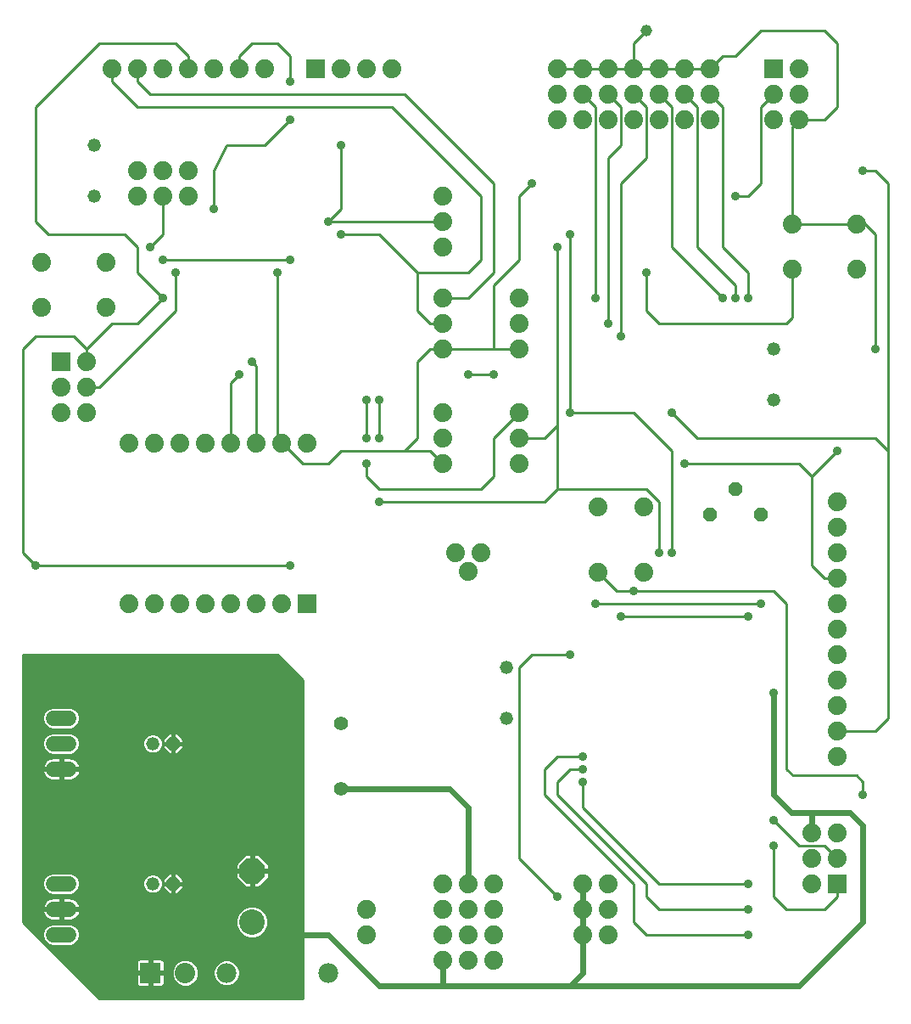
<source format=gbl>
G75*
G70*
%OFA0B0*%
%FSLAX24Y24*%
%IPPOS*%
%LPD*%
%AMOC8*
5,1,8,0,0,1.08239X$1,22.5*
%
%ADD10R,0.0800X0.0800*%
%ADD11C,0.0800*%
%ADD12C,0.0600*%
%ADD13C,0.0520*%
%ADD14C,0.0554*%
%ADD15C,0.0740*%
%ADD16R,0.0740X0.0740*%
%ADD17C,0.0780*%
%ADD18C,0.1000*%
%ADD19OC8,0.1000*%
%ADD20OC8,0.0520*%
%ADD21C,0.0100*%
%ADD22C,0.0460*%
%ADD23C,0.0360*%
%ADD24C,0.0240*%
D10*
X005732Y001732D03*
D11*
X007110Y001732D03*
D12*
X002532Y003232D02*
X001932Y003232D01*
X001932Y004232D02*
X002532Y004232D01*
X002532Y005232D02*
X001932Y005232D01*
X001932Y009732D02*
X002532Y009732D01*
X002532Y010732D02*
X001932Y010732D01*
X001932Y011732D02*
X002532Y011732D01*
D13*
X005832Y010732D03*
X005832Y005232D03*
X019732Y011732D03*
X019732Y013732D03*
X030232Y024232D03*
X030232Y026232D03*
X003532Y032232D03*
X003532Y034232D03*
D14*
X013232Y011511D03*
X013232Y008952D03*
D15*
X017232Y005232D03*
X018232Y005232D03*
X019232Y005232D03*
X019232Y004232D03*
X019232Y003232D03*
X019232Y002232D03*
X018232Y002232D03*
X018232Y003232D03*
X018232Y004232D03*
X017232Y004232D03*
X017232Y003232D03*
X017232Y002232D03*
X014232Y003232D03*
X014232Y004232D03*
X022732Y004232D03*
X023732Y004232D03*
X023732Y003232D03*
X022732Y003232D03*
X022732Y005232D03*
X023732Y005232D03*
X031732Y005232D03*
X031732Y006232D03*
X031732Y007232D03*
X032732Y007232D03*
X032732Y006232D03*
X032732Y010232D03*
X032732Y011232D03*
X032732Y012232D03*
X032732Y013232D03*
X032732Y014232D03*
X032732Y015232D03*
X032732Y016232D03*
X032732Y017232D03*
X032732Y018232D03*
X032732Y019232D03*
X032732Y020232D03*
X025122Y020012D03*
X023342Y020012D03*
X023342Y017452D03*
X025122Y017452D03*
X020232Y021732D03*
X020232Y022732D03*
X020232Y023732D03*
X020232Y026232D03*
X020232Y027232D03*
X020232Y028232D03*
X017232Y028232D03*
X017232Y027232D03*
X017232Y026232D03*
X017232Y023732D03*
X017232Y022732D03*
X017232Y021732D03*
X017732Y018232D03*
X018232Y017482D03*
X018732Y018232D03*
X011901Y022539D03*
X010901Y022539D03*
X009901Y022539D03*
X008901Y022539D03*
X007901Y022539D03*
X006901Y022539D03*
X005901Y022539D03*
X004901Y022539D03*
X003232Y023732D03*
X003232Y024732D03*
X003232Y025732D03*
X002232Y024732D03*
X002232Y023732D03*
X001452Y027842D03*
X001452Y029622D03*
X004012Y029622D03*
X004012Y027842D03*
X005232Y032232D03*
X005232Y033232D03*
X006232Y033232D03*
X007232Y033232D03*
X007232Y032232D03*
X006232Y032232D03*
X006232Y037232D03*
X007232Y037232D03*
X008232Y037232D03*
X009232Y037232D03*
X010232Y037232D03*
X013232Y037232D03*
X014232Y037232D03*
X015232Y037232D03*
X017232Y032232D03*
X017232Y031232D03*
X017232Y030232D03*
X021732Y035232D03*
X021732Y036232D03*
X021732Y037232D03*
X022732Y037232D03*
X023732Y037232D03*
X024732Y037232D03*
X025732Y037232D03*
X026732Y037232D03*
X027732Y037232D03*
X027732Y036232D03*
X027732Y035232D03*
X026732Y035232D03*
X026732Y036232D03*
X025732Y036232D03*
X025732Y035232D03*
X024732Y035232D03*
X024732Y036232D03*
X023732Y036232D03*
X023732Y035232D03*
X022732Y035232D03*
X022732Y036232D03*
X030232Y036232D03*
X030232Y035232D03*
X031232Y035232D03*
X031232Y036232D03*
X031232Y037232D03*
X030952Y031122D03*
X030952Y029342D03*
X033512Y029342D03*
X033512Y031122D03*
X010901Y016240D03*
X009901Y016240D03*
X008901Y016240D03*
X007901Y016240D03*
X006901Y016240D03*
X005901Y016240D03*
X004901Y016240D03*
X005232Y037232D03*
X004232Y037232D03*
D16*
X012232Y037232D03*
X002232Y025732D03*
X011901Y016240D03*
X030232Y037232D03*
X032732Y005232D03*
D17*
X012732Y001732D03*
X008732Y001732D03*
D18*
X009732Y003732D03*
D19*
X009732Y005732D03*
D20*
X006632Y005232D03*
X006632Y010732D03*
X027732Y019732D03*
X028732Y020732D03*
X029732Y019732D03*
D21*
X005200Y002203D02*
X002261Y002203D01*
X002162Y002301D02*
X011732Y002301D01*
X011732Y002203D02*
X008954Y002203D01*
X009026Y002173D02*
X008835Y002252D01*
X008628Y002252D01*
X008437Y002173D01*
X008291Y002026D01*
X008212Y001835D01*
X008212Y001628D01*
X008291Y001437D01*
X008437Y001291D01*
X008628Y001212D01*
X008835Y001212D01*
X009026Y001291D01*
X009173Y001437D01*
X009252Y001628D01*
X009252Y001835D01*
X009173Y002026D01*
X009026Y002173D01*
X009095Y002104D02*
X011732Y002104D01*
X011732Y002006D02*
X009181Y002006D01*
X009222Y001907D02*
X011732Y001907D01*
X011732Y001809D02*
X009252Y001809D01*
X009252Y001710D02*
X011732Y001710D01*
X011732Y001611D02*
X009245Y001611D01*
X009204Y001513D02*
X011732Y001513D01*
X011732Y001414D02*
X009150Y001414D01*
X009051Y001316D02*
X011732Y001316D01*
X011732Y001217D02*
X008848Y001217D01*
X008615Y001217D02*
X007252Y001217D01*
X007215Y001202D02*
X007410Y001282D01*
X007559Y001432D01*
X007640Y001626D01*
X007640Y001837D01*
X007559Y002032D01*
X007410Y002181D01*
X007215Y002262D01*
X007004Y002262D01*
X006810Y002181D01*
X006660Y002032D01*
X006580Y001837D01*
X006580Y001626D01*
X006660Y001432D01*
X006810Y001282D01*
X007004Y001202D01*
X007215Y001202D01*
X006967Y001217D02*
X006229Y001217D01*
X006224Y001212D02*
X006252Y001240D01*
X006272Y001274D01*
X006282Y001312D01*
X006282Y001682D01*
X005782Y001682D01*
X005782Y001782D01*
X006282Y001782D01*
X006282Y002152D01*
X006272Y002190D01*
X006252Y002224D01*
X006224Y002252D01*
X006190Y002272D01*
X006152Y002282D01*
X005782Y002282D01*
X005782Y001782D01*
X005682Y001782D01*
X005682Y002282D01*
X005312Y002282D01*
X005274Y002272D01*
X005240Y002252D01*
X005212Y002224D01*
X005192Y002190D01*
X005182Y002152D01*
X005182Y001782D01*
X005682Y001782D01*
X005682Y001682D01*
X005782Y001682D01*
X005782Y001182D01*
X006152Y001182D01*
X006190Y001192D01*
X006224Y001212D01*
X006282Y001316D02*
X006776Y001316D01*
X006678Y001414D02*
X006282Y001414D01*
X006282Y001513D02*
X006627Y001513D01*
X006586Y001611D02*
X006282Y001611D01*
X006282Y001809D02*
X006580Y001809D01*
X006580Y001710D02*
X005782Y001710D01*
X005782Y001809D02*
X005682Y001809D01*
X005682Y001907D02*
X005782Y001907D01*
X005782Y002006D02*
X005682Y002006D01*
X005682Y002104D02*
X005782Y002104D01*
X005782Y002203D02*
X005682Y002203D01*
X005682Y001710D02*
X002754Y001710D01*
X002852Y001611D02*
X005182Y001611D01*
X005182Y001682D02*
X005182Y001312D01*
X005192Y001274D01*
X005212Y001240D01*
X005240Y001212D01*
X005274Y001192D01*
X005312Y001182D01*
X005682Y001182D01*
X005682Y001682D01*
X005182Y001682D01*
X005182Y001809D02*
X002655Y001809D01*
X002557Y001907D02*
X005182Y001907D01*
X005182Y002006D02*
X002458Y002006D01*
X002359Y002104D02*
X005182Y002104D01*
X005182Y001513D02*
X002951Y001513D01*
X003049Y001414D02*
X005182Y001414D01*
X005182Y001316D02*
X003148Y001316D01*
X003246Y001217D02*
X005234Y001217D01*
X005682Y001217D02*
X005782Y001217D01*
X005782Y001316D02*
X005682Y001316D01*
X005682Y001414D02*
X005782Y001414D01*
X005782Y001513D02*
X005682Y001513D01*
X005682Y001611D02*
X005782Y001611D01*
X006282Y001907D02*
X006609Y001907D01*
X006650Y002006D02*
X006282Y002006D01*
X006282Y002104D02*
X006733Y002104D01*
X006862Y002203D02*
X006264Y002203D01*
X007358Y002203D02*
X008510Y002203D01*
X008369Y002104D02*
X007487Y002104D01*
X007570Y002006D02*
X008282Y002006D01*
X008242Y001907D02*
X007611Y001907D01*
X007640Y001809D02*
X008212Y001809D01*
X008212Y001710D02*
X007640Y001710D01*
X007634Y001611D02*
X008219Y001611D01*
X008260Y001513D02*
X007593Y001513D01*
X007542Y001414D02*
X008314Y001414D01*
X008412Y001316D02*
X007443Y001316D01*
X009375Y003198D02*
X009198Y003375D01*
X009102Y003606D01*
X009102Y003857D01*
X009198Y004089D01*
X009375Y004266D01*
X009606Y004362D01*
X009857Y004362D01*
X010089Y004266D01*
X010266Y004089D01*
X010362Y003857D01*
X010362Y003606D01*
X010266Y003375D01*
X010089Y003198D01*
X009857Y003102D01*
X009606Y003102D01*
X009375Y003198D01*
X009398Y003188D02*
X002962Y003188D01*
X002962Y003146D02*
X002962Y003317D01*
X002896Y003475D01*
X002775Y003596D01*
X002617Y003662D01*
X001846Y003662D01*
X001688Y003596D01*
X001567Y003475D01*
X001502Y003317D01*
X001502Y003146D01*
X001567Y002988D01*
X001688Y002867D01*
X001846Y002802D01*
X002617Y002802D01*
X002775Y002867D01*
X002896Y002988D01*
X002962Y003146D01*
X002938Y003090D02*
X011732Y003090D01*
X011732Y003188D02*
X010065Y003188D01*
X010178Y003287D02*
X011732Y003287D01*
X011732Y003385D02*
X010270Y003385D01*
X010311Y003484D02*
X011732Y003484D01*
X011732Y003582D02*
X010352Y003582D01*
X010362Y003681D02*
X011732Y003681D01*
X011732Y003779D02*
X010362Y003779D01*
X010353Y003878D02*
X011732Y003878D01*
X011732Y003976D02*
X010312Y003976D01*
X010272Y004075D02*
X011732Y004075D01*
X011732Y004174D02*
X010181Y004174D01*
X010074Y004272D02*
X011732Y004272D01*
X011732Y004371D02*
X002960Y004371D01*
X002971Y004337D02*
X002949Y004405D01*
X002917Y004468D01*
X002875Y004525D01*
X002825Y004575D01*
X002768Y004617D01*
X002705Y004649D01*
X002637Y004671D01*
X002567Y004682D01*
X002282Y004682D01*
X002282Y004282D01*
X002182Y004282D01*
X002182Y004682D01*
X001896Y004682D01*
X001826Y004671D01*
X001759Y004649D01*
X001696Y004617D01*
X001639Y004575D01*
X001589Y004525D01*
X001547Y004468D01*
X001515Y004405D01*
X001493Y004337D01*
X001484Y004282D01*
X002182Y004282D01*
X002182Y004182D01*
X002282Y004182D01*
X002282Y004282D01*
X002979Y004282D01*
X002971Y004337D01*
X002916Y004469D02*
X011732Y004469D01*
X011732Y004568D02*
X002832Y004568D01*
X002651Y004666D02*
X011732Y004666D01*
X011732Y004765D02*
X000732Y004765D01*
X000732Y004863D02*
X001698Y004863D01*
X001688Y004867D02*
X001846Y004802D01*
X002617Y004802D01*
X002775Y004867D01*
X002896Y004988D01*
X002962Y005146D01*
X002962Y005317D01*
X002896Y005475D01*
X002775Y005596D01*
X002617Y005662D01*
X001846Y005662D01*
X001688Y005596D01*
X001567Y005475D01*
X001502Y005317D01*
X001502Y005146D01*
X001567Y004988D01*
X001688Y004867D01*
X001594Y004962D02*
X000732Y004962D01*
X000732Y005060D02*
X001537Y005060D01*
X001502Y005159D02*
X000732Y005159D01*
X000732Y005258D02*
X001502Y005258D01*
X001518Y005356D02*
X000732Y005356D01*
X000732Y005455D02*
X001559Y005455D01*
X001645Y005553D02*
X000732Y005553D01*
X000732Y005652D02*
X001822Y005652D01*
X002642Y005652D02*
X009082Y005652D01*
X009082Y005682D02*
X009082Y005463D01*
X009463Y005082D01*
X009682Y005082D01*
X009682Y005682D01*
X009082Y005682D01*
X009082Y005782D02*
X009682Y005782D01*
X009682Y006382D01*
X009463Y006382D01*
X009082Y006001D01*
X009082Y005782D01*
X009082Y005849D02*
X000732Y005849D01*
X000732Y005947D02*
X009082Y005947D01*
X009127Y006046D02*
X000732Y006046D01*
X000732Y006144D02*
X009225Y006144D01*
X009324Y006243D02*
X000732Y006243D01*
X000732Y006341D02*
X009422Y006341D01*
X009682Y006341D02*
X009782Y006341D01*
X009782Y006382D02*
X009782Y005782D01*
X009682Y005782D01*
X009682Y005682D01*
X009782Y005682D01*
X009782Y005782D01*
X010382Y005782D01*
X010382Y006001D01*
X010001Y006382D01*
X009782Y006382D01*
X009782Y006243D02*
X009682Y006243D01*
X009682Y006144D02*
X009782Y006144D01*
X009782Y006046D02*
X009682Y006046D01*
X009682Y005947D02*
X009782Y005947D01*
X009782Y005849D02*
X009682Y005849D01*
X009682Y005750D02*
X000732Y005750D01*
X000732Y006440D02*
X011732Y006440D01*
X011732Y006341D02*
X010041Y006341D01*
X010140Y006243D02*
X011732Y006243D01*
X011732Y006144D02*
X010238Y006144D01*
X010337Y006046D02*
X011732Y006046D01*
X011732Y005947D02*
X010382Y005947D01*
X010382Y005849D02*
X011732Y005849D01*
X011732Y005750D02*
X009782Y005750D01*
X009782Y005682D02*
X010382Y005682D01*
X010382Y005463D01*
X010001Y005082D01*
X009782Y005082D01*
X009782Y005682D01*
X009782Y005652D02*
X009682Y005652D01*
X009682Y005553D02*
X009782Y005553D01*
X009782Y005455D02*
X009682Y005455D01*
X009682Y005356D02*
X009782Y005356D01*
X009782Y005258D02*
X009682Y005258D01*
X009682Y005159D02*
X009782Y005159D01*
X010078Y005159D02*
X011732Y005159D01*
X011732Y005258D02*
X010177Y005258D01*
X010275Y005356D02*
X011732Y005356D01*
X011732Y005455D02*
X010374Y005455D01*
X010382Y005553D02*
X011732Y005553D01*
X011732Y005652D02*
X010382Y005652D01*
X009385Y005159D02*
X007042Y005159D01*
X007042Y005202D02*
X007042Y005062D01*
X006802Y004822D01*
X006662Y004822D01*
X006662Y005202D01*
X006662Y005262D01*
X007042Y005262D01*
X007042Y005402D01*
X006802Y005642D01*
X006662Y005642D01*
X006662Y005262D01*
X006602Y005262D01*
X006602Y005642D01*
X006462Y005642D01*
X006222Y005402D01*
X006222Y005262D01*
X006602Y005262D01*
X006602Y005202D01*
X006662Y005202D01*
X007042Y005202D01*
X007040Y005060D02*
X011732Y005060D01*
X011732Y004962D02*
X006942Y004962D01*
X006843Y004863D02*
X011732Y004863D01*
X011732Y006539D02*
X000732Y006539D01*
X000732Y006637D02*
X011732Y006637D01*
X011732Y006736D02*
X000732Y006736D01*
X000732Y006834D02*
X011732Y006834D01*
X011732Y006933D02*
X000732Y006933D01*
X000732Y007031D02*
X011732Y007031D01*
X011732Y007130D02*
X000732Y007130D01*
X000732Y007228D02*
X011732Y007228D01*
X011732Y007327D02*
X000732Y007327D01*
X000732Y007425D02*
X011732Y007425D01*
X011732Y007524D02*
X000732Y007524D01*
X000732Y007623D02*
X011732Y007623D01*
X011732Y007721D02*
X000732Y007721D01*
X000732Y007820D02*
X011732Y007820D01*
X011732Y007918D02*
X000732Y007918D01*
X000732Y008017D02*
X011732Y008017D01*
X011732Y008115D02*
X000732Y008115D01*
X000732Y008214D02*
X011732Y008214D01*
X011732Y008312D02*
X000732Y008312D01*
X000732Y008411D02*
X011732Y008411D01*
X011732Y008509D02*
X000732Y008509D01*
X000732Y008608D02*
X011732Y008608D01*
X011732Y008707D02*
X000732Y008707D01*
X000732Y008805D02*
X011732Y008805D01*
X011732Y008904D02*
X000732Y008904D01*
X000732Y009002D02*
X011732Y009002D01*
X011732Y009101D02*
X000732Y009101D01*
X000732Y009199D02*
X011732Y009199D01*
X011732Y009298D02*
X002652Y009298D01*
X002637Y009293D02*
X002705Y009315D01*
X002768Y009347D01*
X002825Y009389D01*
X002875Y009439D01*
X002917Y009496D01*
X002949Y009559D01*
X002971Y009626D01*
X002979Y009682D01*
X002282Y009682D01*
X002282Y009782D01*
X002182Y009782D01*
X002182Y010182D01*
X001896Y010182D01*
X001826Y010171D01*
X001759Y010149D01*
X001696Y010117D01*
X001639Y010075D01*
X001589Y010025D01*
X001547Y009968D01*
X001515Y009905D01*
X001493Y009837D01*
X001484Y009782D01*
X002182Y009782D01*
X002182Y009682D01*
X002282Y009682D01*
X002282Y009282D01*
X002567Y009282D01*
X002637Y009293D01*
X002833Y009396D02*
X011732Y009396D01*
X011732Y009495D02*
X002916Y009495D01*
X002960Y009593D02*
X011732Y009593D01*
X011732Y009692D02*
X002282Y009692D01*
X002282Y009782D02*
X002979Y009782D01*
X002971Y009837D01*
X002949Y009905D01*
X002917Y009968D01*
X002875Y010025D01*
X002825Y010075D01*
X002768Y010117D01*
X002705Y010149D01*
X002637Y010171D01*
X002567Y010182D01*
X002282Y010182D01*
X002282Y009782D01*
X002282Y009791D02*
X002182Y009791D01*
X002182Y009889D02*
X002282Y009889D01*
X002282Y009988D02*
X002182Y009988D01*
X002182Y010086D02*
X002282Y010086D01*
X002617Y010302D02*
X001846Y010302D01*
X001688Y010367D01*
X001567Y010488D01*
X001502Y010646D01*
X001502Y010817D01*
X001567Y010975D01*
X001688Y011096D01*
X001846Y011162D01*
X002617Y011162D01*
X002775Y011096D01*
X002896Y010975D01*
X002962Y010817D01*
X002962Y010646D01*
X002896Y010488D01*
X002775Y010367D01*
X002617Y010302D01*
X002790Y010382D02*
X005658Y010382D01*
X005611Y010401D02*
X005754Y010342D01*
X005909Y010342D01*
X006053Y010401D01*
X006162Y010511D01*
X006222Y010654D01*
X006222Y010809D01*
X006162Y010953D01*
X006053Y011062D01*
X005909Y011122D01*
X005754Y011122D01*
X005611Y011062D01*
X005501Y010953D01*
X005442Y010809D01*
X005442Y010654D01*
X005501Y010511D01*
X005611Y010401D01*
X005532Y010480D02*
X002888Y010480D01*
X002934Y010579D02*
X005473Y010579D01*
X005442Y010677D02*
X002962Y010677D01*
X002962Y010776D02*
X005442Y010776D01*
X005469Y010874D02*
X002938Y010874D01*
X002897Y010973D02*
X005521Y010973D01*
X005633Y011072D02*
X002800Y011072D01*
X002617Y011302D02*
X002775Y011367D01*
X011732Y011367D01*
X011732Y011269D02*
X000732Y011269D01*
X000732Y011367D02*
X001688Y011367D01*
X001846Y011302D01*
X002617Y011302D01*
X002775Y011367D02*
X002896Y011488D01*
X002962Y011646D01*
X002962Y011817D01*
X002896Y011975D01*
X002775Y012096D01*
X002617Y012162D01*
X001846Y012162D01*
X001688Y012096D01*
X001567Y011975D01*
X001502Y011817D01*
X001502Y011646D01*
X001567Y011488D01*
X001688Y011367D01*
X001590Y011466D02*
X000732Y011466D01*
X000732Y011564D02*
X001536Y011564D01*
X001502Y011663D02*
X000732Y011663D01*
X000732Y011761D02*
X001502Y011761D01*
X001519Y011860D02*
X000732Y011860D01*
X000732Y011958D02*
X001560Y011958D01*
X001649Y012057D02*
X000732Y012057D01*
X000732Y012156D02*
X001831Y012156D01*
X002632Y012156D02*
X011732Y012156D01*
X011732Y012254D02*
X000732Y012254D01*
X000732Y012353D02*
X011732Y012353D01*
X011732Y012451D02*
X000732Y012451D01*
X000732Y012550D02*
X011732Y012550D01*
X011732Y012648D02*
X000732Y012648D01*
X000732Y012747D02*
X011732Y012747D01*
X011732Y012845D02*
X000732Y012845D01*
X000732Y012944D02*
X011732Y012944D01*
X011732Y013042D02*
X000732Y013042D01*
X000732Y013141D02*
X011732Y013141D01*
X011732Y013232D02*
X011732Y000732D01*
X003732Y000732D01*
X000732Y003732D01*
X000732Y014232D01*
X010732Y014232D01*
X011732Y013232D01*
X011724Y013240D02*
X000732Y013240D01*
X000732Y013338D02*
X011626Y013338D01*
X011527Y013437D02*
X000732Y013437D01*
X000732Y013535D02*
X011428Y013535D01*
X011330Y013634D02*
X000732Y013634D01*
X000732Y013732D02*
X011231Y013732D01*
X011133Y013831D02*
X000732Y013831D01*
X000732Y013929D02*
X011034Y013929D01*
X010936Y014028D02*
X000732Y014028D01*
X000732Y014126D02*
X010837Y014126D01*
X010739Y014225D02*
X000732Y014225D01*
X002815Y012057D02*
X011732Y012057D01*
X011732Y011958D02*
X002903Y011958D01*
X002944Y011860D02*
X011732Y011860D01*
X011732Y011761D02*
X002962Y011761D01*
X002962Y011663D02*
X011732Y011663D01*
X011732Y011564D02*
X002928Y011564D01*
X002874Y011466D02*
X011732Y011466D01*
X011732Y011170D02*
X000732Y011170D01*
X000732Y011072D02*
X001664Y011072D01*
X001566Y010973D02*
X000732Y010973D01*
X000732Y010874D02*
X001526Y010874D01*
X001502Y010776D02*
X000732Y010776D01*
X000732Y010677D02*
X001502Y010677D01*
X001530Y010579D02*
X000732Y010579D01*
X000732Y010480D02*
X001575Y010480D01*
X001674Y010382D02*
X000732Y010382D01*
X000732Y010283D02*
X011732Y010283D01*
X011732Y010185D02*
X000732Y010185D01*
X000732Y010086D02*
X001654Y010086D01*
X001561Y009988D02*
X000732Y009988D01*
X000732Y009889D02*
X001510Y009889D01*
X001486Y009791D02*
X000732Y009791D01*
X000732Y009692D02*
X002182Y009692D01*
X002182Y009682D02*
X001484Y009682D01*
X001493Y009626D01*
X001515Y009559D01*
X001547Y009496D01*
X001589Y009439D01*
X001639Y009389D01*
X001696Y009347D01*
X001759Y009315D01*
X001826Y009293D01*
X001896Y009282D01*
X002182Y009282D01*
X002182Y009682D01*
X002182Y009593D02*
X002282Y009593D01*
X002282Y009495D02*
X002182Y009495D01*
X002182Y009396D02*
X002282Y009396D01*
X002282Y009298D02*
X002182Y009298D01*
X001811Y009298D02*
X000732Y009298D01*
X000732Y009396D02*
X001631Y009396D01*
X001548Y009495D02*
X000732Y009495D01*
X000732Y009593D02*
X001504Y009593D01*
X002810Y010086D02*
X011732Y010086D01*
X011732Y009988D02*
X002902Y009988D01*
X002954Y009889D02*
X011732Y009889D01*
X011732Y009791D02*
X002978Y009791D01*
X006006Y010382D02*
X006402Y010382D01*
X006462Y010322D02*
X006602Y010322D01*
X006602Y010702D01*
X006662Y010702D01*
X006662Y010762D01*
X007042Y010762D01*
X007042Y010902D01*
X006802Y011142D01*
X006662Y011142D01*
X006662Y010762D01*
X006602Y010762D01*
X006602Y011142D01*
X006462Y011142D01*
X006222Y010902D01*
X006222Y010762D01*
X006602Y010762D01*
X006602Y010702D01*
X006222Y010702D01*
X006222Y010562D01*
X006462Y010322D01*
X006602Y010382D02*
X006662Y010382D01*
X006662Y010322D02*
X006802Y010322D01*
X007042Y010562D01*
X007042Y010702D01*
X006662Y010702D01*
X006662Y010322D01*
X006662Y010480D02*
X006602Y010480D01*
X006602Y010579D02*
X006662Y010579D01*
X006662Y010677D02*
X006602Y010677D01*
X006632Y010732D02*
X006632Y005232D01*
X006662Y005258D02*
X009287Y005258D01*
X009188Y005356D02*
X007042Y005356D01*
X006989Y005455D02*
X009090Y005455D01*
X009082Y005553D02*
X006890Y005553D01*
X006662Y005553D02*
X006602Y005553D01*
X006602Y005455D02*
X006662Y005455D01*
X006662Y005356D02*
X006602Y005356D01*
X006602Y005258D02*
X006222Y005258D01*
X006222Y005309D02*
X006162Y005453D01*
X006053Y005562D01*
X005909Y005622D01*
X005754Y005622D01*
X005611Y005562D01*
X005501Y005453D01*
X005442Y005309D01*
X005442Y005154D01*
X005501Y005011D01*
X005611Y004901D01*
X005754Y004842D01*
X005909Y004842D01*
X006053Y004901D01*
X006162Y005011D01*
X006222Y005154D01*
X006222Y005309D01*
X006222Y005356D02*
X006202Y005356D01*
X006161Y005455D02*
X006275Y005455D01*
X006373Y005553D02*
X006062Y005553D01*
X006222Y005202D02*
X006222Y005062D01*
X006462Y004822D01*
X006602Y004822D01*
X006602Y005202D01*
X006222Y005202D01*
X006222Y005159D02*
X006222Y005159D01*
X006223Y005060D02*
X006183Y005060D01*
X006113Y004962D02*
X006322Y004962D01*
X006420Y004863D02*
X005961Y004863D01*
X005702Y004863D02*
X002766Y004863D01*
X002870Y004962D02*
X005550Y004962D01*
X005481Y005060D02*
X002926Y005060D01*
X002962Y005159D02*
X005442Y005159D01*
X005442Y005258D02*
X002962Y005258D01*
X002946Y005356D02*
X005461Y005356D01*
X005503Y005455D02*
X002905Y005455D01*
X002819Y005553D02*
X005602Y005553D01*
X006602Y005159D02*
X006662Y005159D01*
X006662Y005060D02*
X006602Y005060D01*
X006602Y004962D02*
X006662Y004962D01*
X006662Y004863D02*
X006602Y004863D01*
X009110Y003878D02*
X002810Y003878D01*
X002825Y003889D02*
X002875Y003939D01*
X002917Y003996D01*
X002949Y004059D01*
X002971Y004126D01*
X002979Y004182D01*
X002282Y004182D01*
X002282Y003782D01*
X002567Y003782D01*
X002637Y003793D01*
X002705Y003815D01*
X002768Y003847D01*
X002825Y003889D01*
X002902Y003976D02*
X009151Y003976D01*
X009192Y004075D02*
X002954Y004075D01*
X002978Y004174D02*
X009283Y004174D01*
X009390Y004272D02*
X002282Y004272D01*
X002282Y004174D02*
X002182Y004174D01*
X002182Y004182D02*
X002182Y003782D01*
X001896Y003782D01*
X001826Y003793D01*
X001759Y003815D01*
X001696Y003847D01*
X001639Y003889D01*
X001589Y003939D01*
X001547Y003996D01*
X001515Y004059D01*
X001493Y004126D01*
X001484Y004182D01*
X002182Y004182D01*
X002182Y004272D02*
X000732Y004272D01*
X000732Y004174D02*
X001485Y004174D01*
X001510Y004075D02*
X000732Y004075D01*
X000732Y003976D02*
X001561Y003976D01*
X001653Y003878D02*
X000732Y003878D01*
X000732Y003779D02*
X009102Y003779D01*
X009102Y003681D02*
X000783Y003681D01*
X000881Y003582D02*
X001674Y003582D01*
X001576Y003484D02*
X000980Y003484D01*
X001078Y003385D02*
X001530Y003385D01*
X001502Y003287D02*
X001177Y003287D01*
X001276Y003188D02*
X001502Y003188D01*
X001525Y003090D02*
X001374Y003090D01*
X001473Y002991D02*
X001566Y002991D01*
X001571Y002892D02*
X001663Y002892D01*
X001670Y002794D02*
X011732Y002794D01*
X011732Y002892D02*
X002801Y002892D01*
X002897Y002991D02*
X011732Y002991D01*
X011732Y002695D02*
X001768Y002695D01*
X001867Y002597D02*
X011732Y002597D01*
X011732Y002498D02*
X001965Y002498D01*
X002064Y002400D02*
X011732Y002400D01*
X011732Y001119D02*
X003345Y001119D01*
X003443Y001020D02*
X011732Y001020D01*
X011732Y000922D02*
X003542Y000922D01*
X003641Y000823D02*
X011732Y000823D01*
X009286Y003287D02*
X002962Y003287D01*
X002934Y003385D02*
X009193Y003385D01*
X009153Y003484D02*
X002888Y003484D01*
X002789Y003582D02*
X009112Y003582D01*
X006862Y010382D02*
X011732Y010382D01*
X011732Y010480D02*
X006960Y010480D01*
X007042Y010579D02*
X011732Y010579D01*
X011732Y010677D02*
X007042Y010677D01*
X007042Y010776D02*
X011732Y010776D01*
X011732Y010874D02*
X007042Y010874D01*
X006970Y010973D02*
X011732Y010973D01*
X011732Y011072D02*
X006872Y011072D01*
X006662Y011072D02*
X006602Y011072D01*
X006602Y010973D02*
X006662Y010973D01*
X006662Y010874D02*
X006602Y010874D01*
X006602Y010776D02*
X006662Y010776D01*
X006392Y011072D02*
X006031Y011072D01*
X006142Y010973D02*
X006293Y010973D01*
X006222Y010874D02*
X006195Y010874D01*
X006222Y010776D02*
X006222Y010776D01*
X006222Y010677D02*
X006222Y010677D01*
X006222Y010579D02*
X006191Y010579D01*
X006132Y010480D02*
X006303Y010480D01*
X002282Y004666D02*
X002182Y004666D01*
X002182Y004568D02*
X002282Y004568D01*
X002282Y004469D02*
X002182Y004469D01*
X002182Y004371D02*
X002282Y004371D01*
X002282Y004075D02*
X002182Y004075D01*
X002182Y003976D02*
X002282Y003976D01*
X002282Y003878D02*
X002182Y003878D01*
X001504Y004371D02*
X000732Y004371D01*
X000732Y004469D02*
X001548Y004469D01*
X001631Y004568D02*
X000732Y004568D01*
X000732Y004666D02*
X001813Y004666D01*
X001232Y017732D02*
X011232Y017732D01*
X014732Y020732D02*
X014232Y021232D01*
X014232Y021732D01*
X014232Y022732D02*
X014232Y024232D01*
X014732Y024232D02*
X014732Y022732D01*
X015732Y022232D02*
X013232Y022232D01*
X012732Y021732D01*
X011732Y021732D01*
X010732Y022732D01*
X010732Y029232D01*
X011232Y029732D02*
X006232Y029732D01*
X005732Y030232D02*
X006232Y030732D01*
X006232Y032232D01*
X004732Y030732D02*
X005232Y030232D01*
X005232Y029232D01*
X006232Y028232D01*
X005232Y027232D01*
X004232Y027232D01*
X003232Y026232D01*
X002732Y026732D01*
X001232Y026732D01*
X000732Y026232D01*
X000732Y018232D01*
X001232Y017732D01*
X003232Y024732D02*
X003732Y024732D01*
X006732Y027732D01*
X006732Y029232D01*
X004732Y030732D02*
X001732Y030732D01*
X001232Y031232D01*
X001232Y035732D01*
X003732Y038232D01*
X006732Y038232D01*
X007232Y037732D01*
X007232Y037232D01*
X005732Y036232D02*
X015732Y036232D01*
X019232Y032732D01*
X019232Y029232D01*
X018232Y028232D01*
X017232Y028232D01*
X017232Y027232D02*
X016732Y027232D01*
X016232Y027732D01*
X016232Y029232D01*
X018232Y029232D01*
X018732Y029732D01*
X018732Y032232D01*
X015232Y035732D01*
X005232Y035732D01*
X004232Y036732D01*
X004232Y037232D01*
X005232Y037232D02*
X005232Y036732D01*
X005732Y036232D01*
X008732Y034232D02*
X008232Y033232D01*
X008232Y031732D01*
X008732Y034232D02*
X010232Y034232D01*
X011232Y035232D01*
X011232Y036732D02*
X011232Y037732D01*
X010732Y038232D01*
X009732Y038232D01*
X009232Y037732D01*
X009232Y037232D01*
X013232Y034232D02*
X013232Y031732D01*
X012732Y031232D01*
X017232Y031232D01*
X016232Y029232D02*
X014732Y030732D01*
X013232Y030732D01*
X016732Y026232D02*
X016232Y025732D01*
X016232Y022732D01*
X015732Y022232D01*
X016732Y022232D01*
X017232Y021732D01*
X018732Y020732D02*
X019232Y021232D01*
X019232Y022732D01*
X020232Y023732D01*
X020232Y022732D02*
X021232Y022732D01*
X021732Y023232D01*
X021732Y030232D01*
X022232Y030732D02*
X022232Y023732D01*
X024732Y023732D01*
X026232Y022232D01*
X026232Y018232D01*
X025732Y018232D02*
X025732Y020232D01*
X025232Y020732D01*
X021732Y020732D01*
X021732Y023232D01*
X021732Y020732D02*
X021232Y020232D01*
X014732Y020232D01*
X014732Y020732D02*
X018732Y020732D01*
X018232Y025232D02*
X019232Y025232D01*
X019232Y026232D02*
X019232Y028732D01*
X020232Y029732D01*
X020232Y032232D01*
X020732Y032732D01*
X023732Y033732D02*
X024232Y034232D01*
X024232Y035732D01*
X023732Y036232D01*
X023232Y035732D02*
X022732Y036232D01*
X023232Y035732D02*
X023232Y028232D01*
X023732Y027232D02*
X023732Y033732D01*
X024232Y032732D02*
X025232Y033732D01*
X025232Y035732D01*
X024732Y036232D01*
X024732Y037232D02*
X023732Y037232D01*
X022732Y037232D01*
X021732Y037232D01*
X024732Y037232D02*
X024732Y038232D01*
X025232Y038732D01*
X025732Y037232D02*
X024732Y037232D01*
X025732Y037232D02*
X026732Y037232D01*
X027732Y037232D01*
X028232Y037732D01*
X028732Y037732D01*
X029732Y038732D01*
X032232Y038732D01*
X032732Y038232D01*
X032732Y035732D01*
X032232Y035232D01*
X031232Y035232D01*
X030952Y034952D01*
X030952Y031122D01*
X033512Y031122D01*
X033842Y031122D01*
X034232Y030732D01*
X034232Y026232D01*
X030952Y027452D02*
X030732Y027232D01*
X025732Y027232D01*
X025232Y027732D01*
X025232Y029232D01*
X026232Y030232D02*
X026232Y035732D01*
X025732Y036232D01*
X026732Y036232D02*
X027232Y035732D01*
X027232Y030232D01*
X028732Y028732D01*
X028732Y028232D01*
X029232Y028232D02*
X029232Y029232D01*
X028232Y030232D01*
X028232Y035732D01*
X027732Y036232D01*
X029732Y035732D02*
X029732Y032732D01*
X029232Y032232D01*
X028732Y032232D01*
X030952Y029342D02*
X030952Y027452D01*
X028232Y028232D02*
X026232Y030232D01*
X024232Y032732D02*
X024232Y026732D01*
X026232Y023732D02*
X027232Y022732D01*
X034232Y022732D01*
X034732Y022232D01*
X034732Y011732D01*
X034232Y011232D01*
X032732Y011232D01*
X033482Y009482D02*
X030982Y009482D01*
X030732Y009732D01*
X030732Y016232D01*
X030232Y016732D01*
X024732Y016732D01*
X024062Y016732D01*
X023342Y017452D01*
X023232Y016232D02*
X029732Y016232D01*
X029232Y015732D02*
X024232Y015732D01*
X022232Y014232D02*
X020732Y014232D01*
X020232Y013732D01*
X020232Y006232D01*
X021732Y004732D01*
X024732Y005232D02*
X024732Y003732D01*
X025232Y003232D01*
X029232Y003232D01*
X029232Y004232D02*
X025732Y004232D01*
X025232Y004732D01*
X025232Y005232D01*
X021732Y008732D01*
X021732Y009232D01*
X022232Y009732D01*
X022732Y009732D01*
X022732Y010232D02*
X021732Y010232D01*
X021232Y009732D01*
X021232Y008732D01*
X024732Y005232D01*
X025732Y005232D02*
X029232Y005232D01*
X030232Y004732D02*
X030232Y006732D01*
X030232Y007732D02*
X031232Y006732D01*
X032232Y006732D01*
X032732Y006232D01*
X032732Y005232D02*
X032732Y004732D01*
X032232Y004232D01*
X030732Y004232D01*
X030232Y004732D01*
X031732Y001732D02*
X031232Y001232D01*
X025732Y005232D02*
X022732Y008232D01*
X022732Y009232D01*
X031732Y017732D02*
X031732Y021232D01*
X032732Y022232D01*
X031732Y021232D02*
X031232Y021732D01*
X026732Y021732D01*
X031732Y017732D02*
X032232Y017232D01*
X032732Y017232D01*
X034732Y022232D02*
X034732Y032732D01*
X034232Y033232D01*
X033732Y033232D01*
X030232Y036232D02*
X029732Y035732D01*
X020232Y026232D02*
X019232Y026232D01*
X017232Y026232D01*
X016732Y026232D01*
X010901Y022539D02*
X010732Y022708D01*
X010732Y022732D01*
X009901Y022539D02*
X009901Y025563D01*
X009732Y025732D01*
X009232Y025232D02*
X008901Y024901D01*
X008901Y022539D01*
X003232Y025732D02*
X003232Y026232D01*
X033482Y009482D02*
X033732Y009232D01*
X033732Y008732D01*
D22*
X025232Y038732D03*
D23*
X020732Y032732D03*
X022232Y030732D03*
X021732Y030232D03*
X023232Y028232D03*
X023732Y027232D03*
X024232Y026732D03*
X025232Y029232D03*
X028232Y028232D03*
X028732Y028232D03*
X029232Y028232D03*
X028732Y032232D03*
X033732Y033232D03*
X034232Y026232D03*
X032732Y022232D03*
X029732Y016232D03*
X029232Y015732D03*
X030232Y012732D03*
X033732Y008732D03*
X030232Y007732D03*
X030232Y006732D03*
X029232Y005232D03*
X029232Y004232D03*
X029232Y003232D03*
X022732Y009232D03*
X022732Y009732D03*
X022732Y010232D03*
X022232Y014232D03*
X023232Y016232D03*
X024232Y015732D03*
X024732Y016732D03*
X025732Y018232D03*
X026232Y018232D03*
X026732Y021732D03*
X026232Y023732D03*
X022232Y023732D03*
X019232Y025232D03*
X018232Y025232D03*
X014732Y024232D03*
X014232Y024232D03*
X014232Y022732D03*
X014732Y022732D03*
X014232Y021732D03*
X014732Y020232D03*
X011232Y017732D03*
X009232Y025232D03*
X009732Y025732D03*
X010732Y029232D03*
X011232Y029732D03*
X012732Y031232D03*
X013232Y030732D03*
X013232Y034232D03*
X011232Y035232D03*
X011232Y036732D03*
X008232Y031732D03*
X006232Y029732D03*
X005732Y030232D03*
X006732Y029232D03*
X006232Y028232D03*
X001232Y017732D03*
X021732Y004732D03*
D24*
X022732Y004232D02*
X022732Y005232D01*
X022732Y004232D02*
X022732Y003232D01*
X022732Y001732D01*
X022232Y001232D01*
X017232Y001232D01*
X017232Y002232D01*
X017232Y001232D02*
X014732Y001232D01*
X012732Y003232D01*
X011232Y003232D01*
X013232Y008952D02*
X017511Y008952D01*
X018232Y008232D01*
X018232Y005232D01*
X022232Y001232D02*
X031232Y001232D01*
X033732Y003732D01*
X033732Y007532D01*
X033232Y008032D01*
X031732Y008032D01*
X031732Y007232D01*
X031732Y008032D02*
X030932Y008032D01*
X030232Y008732D01*
X030232Y012732D01*
M02*

</source>
